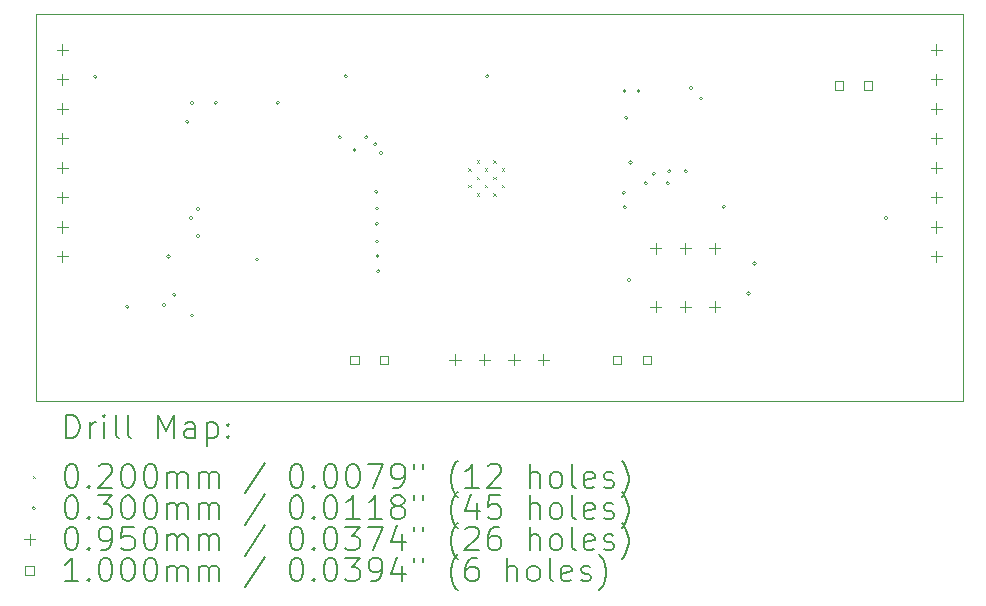
<source format=gbr>
%TF.GenerationSoftware,KiCad,Pcbnew,8.0.4*%
%TF.CreationDate,2025-04-19T21:15:14+05:30*%
%TF.ProjectId,Snakebot_pcb_dev,536e616b-6562-46f7-945f-7063625f6465,rev?*%
%TF.SameCoordinates,Original*%
%TF.FileFunction,Drillmap*%
%TF.FilePolarity,Positive*%
%FSLAX45Y45*%
G04 Gerber Fmt 4.5, Leading zero omitted, Abs format (unit mm)*
G04 Created by KiCad (PCBNEW 8.0.4) date 2025-04-19 21:15:14*
%MOMM*%
%LPD*%
G01*
G04 APERTURE LIST*
%ADD10C,0.050000*%
%ADD11C,0.200000*%
%ADD12C,0.100000*%
G04 APERTURE END LIST*
D10*
X8775000Y-14725000D02*
X16625000Y-14725000D01*
X8775000Y-14700000D02*
X8775000Y-14725000D01*
X16625000Y-14650000D02*
X16625000Y-14600000D01*
X16625000Y-11450000D02*
X8775000Y-11450000D01*
X8775000Y-14600000D02*
X8775000Y-14650000D01*
X8775000Y-14500000D02*
X8775000Y-14600000D01*
X16625000Y-14725000D02*
X16625000Y-14650000D01*
X16625000Y-14500000D02*
X16625000Y-11450000D01*
X8775000Y-11450000D02*
X8775000Y-14500000D01*
X8775000Y-14650000D02*
X8775000Y-14700000D01*
X16625000Y-14600000D02*
X16625000Y-14500000D01*
D11*
D12*
X12440000Y-12755000D02*
X12460000Y-12775000D01*
X12460000Y-12755000D02*
X12440000Y-12775000D01*
X12440000Y-12895000D02*
X12460000Y-12915000D01*
X12460000Y-12895000D02*
X12440000Y-12915000D01*
X12510000Y-12685000D02*
X12530000Y-12705000D01*
X12530000Y-12685000D02*
X12510000Y-12705000D01*
X12510000Y-12825000D02*
X12530000Y-12845000D01*
X12530000Y-12825000D02*
X12510000Y-12845000D01*
X12510000Y-12965000D02*
X12530000Y-12985000D01*
X12530000Y-12965000D02*
X12510000Y-12985000D01*
X12577500Y-12755000D02*
X12597500Y-12775000D01*
X12597500Y-12755000D02*
X12577500Y-12775000D01*
X12577500Y-12895000D02*
X12597500Y-12915000D01*
X12597500Y-12895000D02*
X12577500Y-12915000D01*
X12650000Y-12685000D02*
X12670000Y-12705000D01*
X12670000Y-12685000D02*
X12650000Y-12705000D01*
X12650000Y-12825000D02*
X12670000Y-12845000D01*
X12670000Y-12825000D02*
X12650000Y-12845000D01*
X12650000Y-12965000D02*
X12670000Y-12985000D01*
X12670000Y-12965000D02*
X12650000Y-12985000D01*
X12720000Y-12755000D02*
X12740000Y-12775000D01*
X12740000Y-12755000D02*
X12720000Y-12775000D01*
X12720000Y-12895000D02*
X12740000Y-12915000D01*
X12740000Y-12895000D02*
X12720000Y-12915000D01*
X9295000Y-11980000D02*
G75*
G02*
X9265000Y-11980000I-15000J0D01*
G01*
X9265000Y-11980000D02*
G75*
G02*
X9295000Y-11980000I15000J0D01*
G01*
X9565000Y-13925000D02*
G75*
G02*
X9535000Y-13925000I-15000J0D01*
G01*
X9535000Y-13925000D02*
G75*
G02*
X9565000Y-13925000I15000J0D01*
G01*
X9878199Y-13911801D02*
G75*
G02*
X9848199Y-13911801I-15000J0D01*
G01*
X9848199Y-13911801D02*
G75*
G02*
X9878199Y-13911801I15000J0D01*
G01*
X9915000Y-13500000D02*
G75*
G02*
X9885000Y-13500000I-15000J0D01*
G01*
X9885000Y-13500000D02*
G75*
G02*
X9915000Y-13500000I15000J0D01*
G01*
X9965000Y-13825000D02*
G75*
G02*
X9935000Y-13825000I-15000J0D01*
G01*
X9935000Y-13825000D02*
G75*
G02*
X9965000Y-13825000I15000J0D01*
G01*
X10075000Y-12360000D02*
G75*
G02*
X10045000Y-12360000I-15000J0D01*
G01*
X10045000Y-12360000D02*
G75*
G02*
X10075000Y-12360000I15000J0D01*
G01*
X10106132Y-13173252D02*
G75*
G02*
X10076132Y-13173252I-15000J0D01*
G01*
X10076132Y-13173252D02*
G75*
G02*
X10106132Y-13173252I15000J0D01*
G01*
X10115000Y-12200000D02*
G75*
G02*
X10085000Y-12200000I-15000J0D01*
G01*
X10085000Y-12200000D02*
G75*
G02*
X10115000Y-12200000I15000J0D01*
G01*
X10115000Y-14000000D02*
G75*
G02*
X10085000Y-14000000I-15000J0D01*
G01*
X10085000Y-14000000D02*
G75*
G02*
X10115000Y-14000000I15000J0D01*
G01*
X10165000Y-13100000D02*
G75*
G02*
X10135000Y-13100000I-15000J0D01*
G01*
X10135000Y-13100000D02*
G75*
G02*
X10165000Y-13100000I15000J0D01*
G01*
X10165000Y-13325000D02*
G75*
G02*
X10135000Y-13325000I-15000J0D01*
G01*
X10135000Y-13325000D02*
G75*
G02*
X10165000Y-13325000I15000J0D01*
G01*
X10315000Y-12200000D02*
G75*
G02*
X10285000Y-12200000I-15000J0D01*
G01*
X10285000Y-12200000D02*
G75*
G02*
X10315000Y-12200000I15000J0D01*
G01*
X10665000Y-13525000D02*
G75*
G02*
X10635000Y-13525000I-15000J0D01*
G01*
X10635000Y-13525000D02*
G75*
G02*
X10665000Y-13525000I15000J0D01*
G01*
X10840000Y-12200000D02*
G75*
G02*
X10810000Y-12200000I-15000J0D01*
G01*
X10810000Y-12200000D02*
G75*
G02*
X10840000Y-12200000I15000J0D01*
G01*
X11365000Y-12490000D02*
G75*
G02*
X11335000Y-12490000I-15000J0D01*
G01*
X11335000Y-12490000D02*
G75*
G02*
X11365000Y-12490000I15000J0D01*
G01*
X11415000Y-11975000D02*
G75*
G02*
X11385000Y-11975000I-15000J0D01*
G01*
X11385000Y-11975000D02*
G75*
G02*
X11415000Y-11975000I15000J0D01*
G01*
X11490000Y-12600000D02*
G75*
G02*
X11460000Y-12600000I-15000J0D01*
G01*
X11460000Y-12600000D02*
G75*
G02*
X11490000Y-12600000I15000J0D01*
G01*
X11590000Y-12490000D02*
G75*
G02*
X11560000Y-12490000I-15000J0D01*
G01*
X11560000Y-12490000D02*
G75*
G02*
X11590000Y-12490000I15000J0D01*
G01*
X11665000Y-12550000D02*
G75*
G02*
X11635000Y-12550000I-15000J0D01*
G01*
X11635000Y-12550000D02*
G75*
G02*
X11665000Y-12550000I15000J0D01*
G01*
X11675000Y-12952500D02*
G75*
G02*
X11645000Y-12952500I-15000J0D01*
G01*
X11645000Y-12952500D02*
G75*
G02*
X11675000Y-12952500I15000J0D01*
G01*
X11680000Y-13095000D02*
G75*
G02*
X11650000Y-13095000I-15000J0D01*
G01*
X11650000Y-13095000D02*
G75*
G02*
X11680000Y-13095000I15000J0D01*
G01*
X11680000Y-13222500D02*
G75*
G02*
X11650000Y-13222500I-15000J0D01*
G01*
X11650000Y-13222500D02*
G75*
G02*
X11680000Y-13222500I15000J0D01*
G01*
X11680000Y-13372500D02*
G75*
G02*
X11650000Y-13372500I-15000J0D01*
G01*
X11650000Y-13372500D02*
G75*
G02*
X11680000Y-13372500I15000J0D01*
G01*
X11685000Y-13497500D02*
G75*
G02*
X11655000Y-13497500I-15000J0D01*
G01*
X11655000Y-13497500D02*
G75*
G02*
X11685000Y-13497500I15000J0D01*
G01*
X11690000Y-13625000D02*
G75*
G02*
X11660000Y-13625000I-15000J0D01*
G01*
X11660000Y-13625000D02*
G75*
G02*
X11690000Y-13625000I15000J0D01*
G01*
X11715000Y-12625000D02*
G75*
G02*
X11685000Y-12625000I-15000J0D01*
G01*
X11685000Y-12625000D02*
G75*
G02*
X11715000Y-12625000I15000J0D01*
G01*
X12615000Y-11975000D02*
G75*
G02*
X12585000Y-11975000I-15000J0D01*
G01*
X12585000Y-11975000D02*
G75*
G02*
X12615000Y-11975000I15000J0D01*
G01*
X13770000Y-12960000D02*
G75*
G02*
X13740000Y-12960000I-15000J0D01*
G01*
X13740000Y-12960000D02*
G75*
G02*
X13770000Y-12960000I15000J0D01*
G01*
X13775000Y-12100000D02*
G75*
G02*
X13745000Y-12100000I-15000J0D01*
G01*
X13745000Y-12100000D02*
G75*
G02*
X13775000Y-12100000I15000J0D01*
G01*
X13777500Y-13082500D02*
G75*
G02*
X13747500Y-13082500I-15000J0D01*
G01*
X13747500Y-13082500D02*
G75*
G02*
X13777500Y-13082500I15000J0D01*
G01*
X13790000Y-12325000D02*
G75*
G02*
X13760000Y-12325000I-15000J0D01*
G01*
X13760000Y-12325000D02*
G75*
G02*
X13790000Y-12325000I15000J0D01*
G01*
X13815000Y-13700000D02*
G75*
G02*
X13785000Y-13700000I-15000J0D01*
G01*
X13785000Y-13700000D02*
G75*
G02*
X13815000Y-13700000I15000J0D01*
G01*
X13827500Y-12705000D02*
G75*
G02*
X13797500Y-12705000I-15000J0D01*
G01*
X13797500Y-12705000D02*
G75*
G02*
X13827500Y-12705000I15000J0D01*
G01*
X13895000Y-12100000D02*
G75*
G02*
X13865000Y-12100000I-15000J0D01*
G01*
X13865000Y-12100000D02*
G75*
G02*
X13895000Y-12100000I15000J0D01*
G01*
X13955000Y-12880000D02*
G75*
G02*
X13925000Y-12880000I-15000J0D01*
G01*
X13925000Y-12880000D02*
G75*
G02*
X13955000Y-12880000I15000J0D01*
G01*
X14022500Y-12800000D02*
G75*
G02*
X13992500Y-12800000I-15000J0D01*
G01*
X13992500Y-12800000D02*
G75*
G02*
X14022500Y-12800000I15000J0D01*
G01*
X14142650Y-12880000D02*
G75*
G02*
X14112650Y-12880000I-15000J0D01*
G01*
X14112650Y-12880000D02*
G75*
G02*
X14142650Y-12880000I15000J0D01*
G01*
X14155000Y-12780000D02*
G75*
G02*
X14125000Y-12780000I-15000J0D01*
G01*
X14125000Y-12780000D02*
G75*
G02*
X14155000Y-12780000I15000J0D01*
G01*
X14295000Y-12780000D02*
G75*
G02*
X14265000Y-12780000I-15000J0D01*
G01*
X14265000Y-12780000D02*
G75*
G02*
X14295000Y-12780000I15000J0D01*
G01*
X14340000Y-12075000D02*
G75*
G02*
X14310000Y-12075000I-15000J0D01*
G01*
X14310000Y-12075000D02*
G75*
G02*
X14340000Y-12075000I15000J0D01*
G01*
X14423260Y-12161445D02*
G75*
G02*
X14393260Y-12161445I-15000J0D01*
G01*
X14393260Y-12161445D02*
G75*
G02*
X14423260Y-12161445I15000J0D01*
G01*
X14615000Y-13080000D02*
G75*
G02*
X14585000Y-13080000I-15000J0D01*
G01*
X14585000Y-13080000D02*
G75*
G02*
X14615000Y-13080000I15000J0D01*
G01*
X14825073Y-13814926D02*
G75*
G02*
X14795073Y-13814926I-15000J0D01*
G01*
X14795073Y-13814926D02*
G75*
G02*
X14825073Y-13814926I15000J0D01*
G01*
X14875000Y-13560000D02*
G75*
G02*
X14845000Y-13560000I-15000J0D01*
G01*
X14845000Y-13560000D02*
G75*
G02*
X14875000Y-13560000I15000J0D01*
G01*
X15990000Y-13175000D02*
G75*
G02*
X15960000Y-13175000I-15000J0D01*
G01*
X15960000Y-13175000D02*
G75*
G02*
X15990000Y-13175000I15000J0D01*
G01*
X9000000Y-11702500D02*
X9000000Y-11797500D01*
X8952500Y-11750000D02*
X9047500Y-11750000D01*
X9000000Y-11952500D02*
X9000000Y-12047500D01*
X8952500Y-12000000D02*
X9047500Y-12000000D01*
X9000000Y-12202500D02*
X9000000Y-12297500D01*
X8952500Y-12250000D02*
X9047500Y-12250000D01*
X9000000Y-12452500D02*
X9000000Y-12547500D01*
X8952500Y-12500000D02*
X9047500Y-12500000D01*
X9000000Y-12702500D02*
X9000000Y-12797500D01*
X8952500Y-12750000D02*
X9047500Y-12750000D01*
X9000000Y-12952500D02*
X9000000Y-13047500D01*
X8952500Y-13000000D02*
X9047500Y-13000000D01*
X9000000Y-13202500D02*
X9000000Y-13297500D01*
X8952500Y-13250000D02*
X9047500Y-13250000D01*
X9000000Y-13452500D02*
X9000000Y-13547500D01*
X8952500Y-13500000D02*
X9047500Y-13500000D01*
X12325000Y-14327500D02*
X12325000Y-14422500D01*
X12277500Y-14375000D02*
X12372500Y-14375000D01*
X12575000Y-14327500D02*
X12575000Y-14422500D01*
X12527500Y-14375000D02*
X12622500Y-14375000D01*
X12825000Y-14327500D02*
X12825000Y-14422500D01*
X12777500Y-14375000D02*
X12872500Y-14375000D01*
X13075000Y-14327500D02*
X13075000Y-14422500D01*
X13027500Y-14375000D02*
X13122500Y-14375000D01*
X14025000Y-13382500D02*
X14025000Y-13477500D01*
X13977500Y-13430000D02*
X14072500Y-13430000D01*
X14025000Y-13877500D02*
X14025000Y-13972500D01*
X13977500Y-13925000D02*
X14072500Y-13925000D01*
X14275000Y-13382500D02*
X14275000Y-13477500D01*
X14227500Y-13430000D02*
X14322500Y-13430000D01*
X14275000Y-13877500D02*
X14275000Y-13972500D01*
X14227500Y-13925000D02*
X14322500Y-13925000D01*
X14525000Y-13382500D02*
X14525000Y-13477500D01*
X14477500Y-13430000D02*
X14572500Y-13430000D01*
X14525000Y-13877500D02*
X14525000Y-13972500D01*
X14477500Y-13925000D02*
X14572500Y-13925000D01*
X16400000Y-11702500D02*
X16400000Y-11797500D01*
X16352500Y-11750000D02*
X16447500Y-11750000D01*
X16400000Y-11952500D02*
X16400000Y-12047500D01*
X16352500Y-12000000D02*
X16447500Y-12000000D01*
X16400000Y-12202500D02*
X16400000Y-12297500D01*
X16352500Y-12250000D02*
X16447500Y-12250000D01*
X16400000Y-12452500D02*
X16400000Y-12547500D01*
X16352500Y-12500000D02*
X16447500Y-12500000D01*
X16400000Y-12702500D02*
X16400000Y-12797500D01*
X16352500Y-12750000D02*
X16447500Y-12750000D01*
X16400000Y-12952500D02*
X16400000Y-13047500D01*
X16352500Y-13000000D02*
X16447500Y-13000000D01*
X16400000Y-13202500D02*
X16400000Y-13297500D01*
X16352500Y-13250000D02*
X16447500Y-13250000D01*
X16400000Y-13452500D02*
X16400000Y-13547500D01*
X16352500Y-13500000D02*
X16447500Y-13500000D01*
X11510356Y-14410356D02*
X11510356Y-14339644D01*
X11439644Y-14339644D01*
X11439644Y-14410356D01*
X11510356Y-14410356D01*
X11760356Y-14410356D02*
X11760356Y-14339644D01*
X11689644Y-14339644D01*
X11689644Y-14410356D01*
X11760356Y-14410356D01*
X13735356Y-14410356D02*
X13735356Y-14339644D01*
X13664644Y-14339644D01*
X13664644Y-14410356D01*
X13735356Y-14410356D01*
X13985356Y-14410356D02*
X13985356Y-14339644D01*
X13914644Y-14339644D01*
X13914644Y-14410356D01*
X13985356Y-14410356D01*
X15610356Y-12088606D02*
X15610356Y-12017894D01*
X15539644Y-12017894D01*
X15539644Y-12088606D01*
X15610356Y-12088606D01*
X15860356Y-12088606D02*
X15860356Y-12017894D01*
X15789644Y-12017894D01*
X15789644Y-12088606D01*
X15860356Y-12088606D01*
D11*
X9033277Y-15038984D02*
X9033277Y-14838984D01*
X9033277Y-14838984D02*
X9080896Y-14838984D01*
X9080896Y-14838984D02*
X9109467Y-14848508D01*
X9109467Y-14848508D02*
X9128515Y-14867555D01*
X9128515Y-14867555D02*
X9138039Y-14886603D01*
X9138039Y-14886603D02*
X9147563Y-14924698D01*
X9147563Y-14924698D02*
X9147563Y-14953269D01*
X9147563Y-14953269D02*
X9138039Y-14991365D01*
X9138039Y-14991365D02*
X9128515Y-15010412D01*
X9128515Y-15010412D02*
X9109467Y-15029460D01*
X9109467Y-15029460D02*
X9080896Y-15038984D01*
X9080896Y-15038984D02*
X9033277Y-15038984D01*
X9233277Y-15038984D02*
X9233277Y-14905650D01*
X9233277Y-14943746D02*
X9242801Y-14924698D01*
X9242801Y-14924698D02*
X9252324Y-14915174D01*
X9252324Y-14915174D02*
X9271372Y-14905650D01*
X9271372Y-14905650D02*
X9290420Y-14905650D01*
X9357086Y-15038984D02*
X9357086Y-14905650D01*
X9357086Y-14838984D02*
X9347563Y-14848508D01*
X9347563Y-14848508D02*
X9357086Y-14858031D01*
X9357086Y-14858031D02*
X9366610Y-14848508D01*
X9366610Y-14848508D02*
X9357086Y-14838984D01*
X9357086Y-14838984D02*
X9357086Y-14858031D01*
X9480896Y-15038984D02*
X9461848Y-15029460D01*
X9461848Y-15029460D02*
X9452324Y-15010412D01*
X9452324Y-15010412D02*
X9452324Y-14838984D01*
X9585658Y-15038984D02*
X9566610Y-15029460D01*
X9566610Y-15029460D02*
X9557086Y-15010412D01*
X9557086Y-15010412D02*
X9557086Y-14838984D01*
X9814229Y-15038984D02*
X9814229Y-14838984D01*
X9814229Y-14838984D02*
X9880896Y-14981841D01*
X9880896Y-14981841D02*
X9947563Y-14838984D01*
X9947563Y-14838984D02*
X9947563Y-15038984D01*
X10128515Y-15038984D02*
X10128515Y-14934222D01*
X10128515Y-14934222D02*
X10118991Y-14915174D01*
X10118991Y-14915174D02*
X10099944Y-14905650D01*
X10099944Y-14905650D02*
X10061848Y-14905650D01*
X10061848Y-14905650D02*
X10042801Y-14915174D01*
X10128515Y-15029460D02*
X10109467Y-15038984D01*
X10109467Y-15038984D02*
X10061848Y-15038984D01*
X10061848Y-15038984D02*
X10042801Y-15029460D01*
X10042801Y-15029460D02*
X10033277Y-15010412D01*
X10033277Y-15010412D02*
X10033277Y-14991365D01*
X10033277Y-14991365D02*
X10042801Y-14972317D01*
X10042801Y-14972317D02*
X10061848Y-14962793D01*
X10061848Y-14962793D02*
X10109467Y-14962793D01*
X10109467Y-14962793D02*
X10128515Y-14953269D01*
X10223753Y-14905650D02*
X10223753Y-15105650D01*
X10223753Y-14915174D02*
X10242801Y-14905650D01*
X10242801Y-14905650D02*
X10280896Y-14905650D01*
X10280896Y-14905650D02*
X10299944Y-14915174D01*
X10299944Y-14915174D02*
X10309467Y-14924698D01*
X10309467Y-14924698D02*
X10318991Y-14943746D01*
X10318991Y-14943746D02*
X10318991Y-15000888D01*
X10318991Y-15000888D02*
X10309467Y-15019936D01*
X10309467Y-15019936D02*
X10299944Y-15029460D01*
X10299944Y-15029460D02*
X10280896Y-15038984D01*
X10280896Y-15038984D02*
X10242801Y-15038984D01*
X10242801Y-15038984D02*
X10223753Y-15029460D01*
X10404705Y-15019936D02*
X10414229Y-15029460D01*
X10414229Y-15029460D02*
X10404705Y-15038984D01*
X10404705Y-15038984D02*
X10395182Y-15029460D01*
X10395182Y-15029460D02*
X10404705Y-15019936D01*
X10404705Y-15019936D02*
X10404705Y-15038984D01*
X10404705Y-14915174D02*
X10414229Y-14924698D01*
X10414229Y-14924698D02*
X10404705Y-14934222D01*
X10404705Y-14934222D02*
X10395182Y-14924698D01*
X10395182Y-14924698D02*
X10404705Y-14915174D01*
X10404705Y-14915174D02*
X10404705Y-14934222D01*
D12*
X8752500Y-15357500D02*
X8772500Y-15377500D01*
X8772500Y-15357500D02*
X8752500Y-15377500D01*
D11*
X9071372Y-15258984D02*
X9090420Y-15258984D01*
X9090420Y-15258984D02*
X9109467Y-15268508D01*
X9109467Y-15268508D02*
X9118991Y-15278031D01*
X9118991Y-15278031D02*
X9128515Y-15297079D01*
X9128515Y-15297079D02*
X9138039Y-15335174D01*
X9138039Y-15335174D02*
X9138039Y-15382793D01*
X9138039Y-15382793D02*
X9128515Y-15420888D01*
X9128515Y-15420888D02*
X9118991Y-15439936D01*
X9118991Y-15439936D02*
X9109467Y-15449460D01*
X9109467Y-15449460D02*
X9090420Y-15458984D01*
X9090420Y-15458984D02*
X9071372Y-15458984D01*
X9071372Y-15458984D02*
X9052324Y-15449460D01*
X9052324Y-15449460D02*
X9042801Y-15439936D01*
X9042801Y-15439936D02*
X9033277Y-15420888D01*
X9033277Y-15420888D02*
X9023753Y-15382793D01*
X9023753Y-15382793D02*
X9023753Y-15335174D01*
X9023753Y-15335174D02*
X9033277Y-15297079D01*
X9033277Y-15297079D02*
X9042801Y-15278031D01*
X9042801Y-15278031D02*
X9052324Y-15268508D01*
X9052324Y-15268508D02*
X9071372Y-15258984D01*
X9223753Y-15439936D02*
X9233277Y-15449460D01*
X9233277Y-15449460D02*
X9223753Y-15458984D01*
X9223753Y-15458984D02*
X9214229Y-15449460D01*
X9214229Y-15449460D02*
X9223753Y-15439936D01*
X9223753Y-15439936D02*
X9223753Y-15458984D01*
X9309467Y-15278031D02*
X9318991Y-15268508D01*
X9318991Y-15268508D02*
X9338039Y-15258984D01*
X9338039Y-15258984D02*
X9385658Y-15258984D01*
X9385658Y-15258984D02*
X9404705Y-15268508D01*
X9404705Y-15268508D02*
X9414229Y-15278031D01*
X9414229Y-15278031D02*
X9423753Y-15297079D01*
X9423753Y-15297079D02*
X9423753Y-15316127D01*
X9423753Y-15316127D02*
X9414229Y-15344698D01*
X9414229Y-15344698D02*
X9299944Y-15458984D01*
X9299944Y-15458984D02*
X9423753Y-15458984D01*
X9547563Y-15258984D02*
X9566610Y-15258984D01*
X9566610Y-15258984D02*
X9585658Y-15268508D01*
X9585658Y-15268508D02*
X9595182Y-15278031D01*
X9595182Y-15278031D02*
X9604705Y-15297079D01*
X9604705Y-15297079D02*
X9614229Y-15335174D01*
X9614229Y-15335174D02*
X9614229Y-15382793D01*
X9614229Y-15382793D02*
X9604705Y-15420888D01*
X9604705Y-15420888D02*
X9595182Y-15439936D01*
X9595182Y-15439936D02*
X9585658Y-15449460D01*
X9585658Y-15449460D02*
X9566610Y-15458984D01*
X9566610Y-15458984D02*
X9547563Y-15458984D01*
X9547563Y-15458984D02*
X9528515Y-15449460D01*
X9528515Y-15449460D02*
X9518991Y-15439936D01*
X9518991Y-15439936D02*
X9509467Y-15420888D01*
X9509467Y-15420888D02*
X9499944Y-15382793D01*
X9499944Y-15382793D02*
X9499944Y-15335174D01*
X9499944Y-15335174D02*
X9509467Y-15297079D01*
X9509467Y-15297079D02*
X9518991Y-15278031D01*
X9518991Y-15278031D02*
X9528515Y-15268508D01*
X9528515Y-15268508D02*
X9547563Y-15258984D01*
X9738039Y-15258984D02*
X9757086Y-15258984D01*
X9757086Y-15258984D02*
X9776134Y-15268508D01*
X9776134Y-15268508D02*
X9785658Y-15278031D01*
X9785658Y-15278031D02*
X9795182Y-15297079D01*
X9795182Y-15297079D02*
X9804705Y-15335174D01*
X9804705Y-15335174D02*
X9804705Y-15382793D01*
X9804705Y-15382793D02*
X9795182Y-15420888D01*
X9795182Y-15420888D02*
X9785658Y-15439936D01*
X9785658Y-15439936D02*
X9776134Y-15449460D01*
X9776134Y-15449460D02*
X9757086Y-15458984D01*
X9757086Y-15458984D02*
X9738039Y-15458984D01*
X9738039Y-15458984D02*
X9718991Y-15449460D01*
X9718991Y-15449460D02*
X9709467Y-15439936D01*
X9709467Y-15439936D02*
X9699944Y-15420888D01*
X9699944Y-15420888D02*
X9690420Y-15382793D01*
X9690420Y-15382793D02*
X9690420Y-15335174D01*
X9690420Y-15335174D02*
X9699944Y-15297079D01*
X9699944Y-15297079D02*
X9709467Y-15278031D01*
X9709467Y-15278031D02*
X9718991Y-15268508D01*
X9718991Y-15268508D02*
X9738039Y-15258984D01*
X9890420Y-15458984D02*
X9890420Y-15325650D01*
X9890420Y-15344698D02*
X9899944Y-15335174D01*
X9899944Y-15335174D02*
X9918991Y-15325650D01*
X9918991Y-15325650D02*
X9947563Y-15325650D01*
X9947563Y-15325650D02*
X9966610Y-15335174D01*
X9966610Y-15335174D02*
X9976134Y-15354222D01*
X9976134Y-15354222D02*
X9976134Y-15458984D01*
X9976134Y-15354222D02*
X9985658Y-15335174D01*
X9985658Y-15335174D02*
X10004705Y-15325650D01*
X10004705Y-15325650D02*
X10033277Y-15325650D01*
X10033277Y-15325650D02*
X10052325Y-15335174D01*
X10052325Y-15335174D02*
X10061848Y-15354222D01*
X10061848Y-15354222D02*
X10061848Y-15458984D01*
X10157086Y-15458984D02*
X10157086Y-15325650D01*
X10157086Y-15344698D02*
X10166610Y-15335174D01*
X10166610Y-15335174D02*
X10185658Y-15325650D01*
X10185658Y-15325650D02*
X10214229Y-15325650D01*
X10214229Y-15325650D02*
X10233277Y-15335174D01*
X10233277Y-15335174D02*
X10242801Y-15354222D01*
X10242801Y-15354222D02*
X10242801Y-15458984D01*
X10242801Y-15354222D02*
X10252325Y-15335174D01*
X10252325Y-15335174D02*
X10271372Y-15325650D01*
X10271372Y-15325650D02*
X10299944Y-15325650D01*
X10299944Y-15325650D02*
X10318991Y-15335174D01*
X10318991Y-15335174D02*
X10328515Y-15354222D01*
X10328515Y-15354222D02*
X10328515Y-15458984D01*
X10718991Y-15249460D02*
X10547563Y-15506603D01*
X10976134Y-15258984D02*
X10995182Y-15258984D01*
X10995182Y-15258984D02*
X11014229Y-15268508D01*
X11014229Y-15268508D02*
X11023753Y-15278031D01*
X11023753Y-15278031D02*
X11033277Y-15297079D01*
X11033277Y-15297079D02*
X11042801Y-15335174D01*
X11042801Y-15335174D02*
X11042801Y-15382793D01*
X11042801Y-15382793D02*
X11033277Y-15420888D01*
X11033277Y-15420888D02*
X11023753Y-15439936D01*
X11023753Y-15439936D02*
X11014229Y-15449460D01*
X11014229Y-15449460D02*
X10995182Y-15458984D01*
X10995182Y-15458984D02*
X10976134Y-15458984D01*
X10976134Y-15458984D02*
X10957087Y-15449460D01*
X10957087Y-15449460D02*
X10947563Y-15439936D01*
X10947563Y-15439936D02*
X10938039Y-15420888D01*
X10938039Y-15420888D02*
X10928515Y-15382793D01*
X10928515Y-15382793D02*
X10928515Y-15335174D01*
X10928515Y-15335174D02*
X10938039Y-15297079D01*
X10938039Y-15297079D02*
X10947563Y-15278031D01*
X10947563Y-15278031D02*
X10957087Y-15268508D01*
X10957087Y-15268508D02*
X10976134Y-15258984D01*
X11128515Y-15439936D02*
X11138039Y-15449460D01*
X11138039Y-15449460D02*
X11128515Y-15458984D01*
X11128515Y-15458984D02*
X11118991Y-15449460D01*
X11118991Y-15449460D02*
X11128515Y-15439936D01*
X11128515Y-15439936D02*
X11128515Y-15458984D01*
X11261848Y-15258984D02*
X11280896Y-15258984D01*
X11280896Y-15258984D02*
X11299944Y-15268508D01*
X11299944Y-15268508D02*
X11309467Y-15278031D01*
X11309467Y-15278031D02*
X11318991Y-15297079D01*
X11318991Y-15297079D02*
X11328515Y-15335174D01*
X11328515Y-15335174D02*
X11328515Y-15382793D01*
X11328515Y-15382793D02*
X11318991Y-15420888D01*
X11318991Y-15420888D02*
X11309467Y-15439936D01*
X11309467Y-15439936D02*
X11299944Y-15449460D01*
X11299944Y-15449460D02*
X11280896Y-15458984D01*
X11280896Y-15458984D02*
X11261848Y-15458984D01*
X11261848Y-15458984D02*
X11242801Y-15449460D01*
X11242801Y-15449460D02*
X11233277Y-15439936D01*
X11233277Y-15439936D02*
X11223753Y-15420888D01*
X11223753Y-15420888D02*
X11214229Y-15382793D01*
X11214229Y-15382793D02*
X11214229Y-15335174D01*
X11214229Y-15335174D02*
X11223753Y-15297079D01*
X11223753Y-15297079D02*
X11233277Y-15278031D01*
X11233277Y-15278031D02*
X11242801Y-15268508D01*
X11242801Y-15268508D02*
X11261848Y-15258984D01*
X11452325Y-15258984D02*
X11471372Y-15258984D01*
X11471372Y-15258984D02*
X11490420Y-15268508D01*
X11490420Y-15268508D02*
X11499944Y-15278031D01*
X11499944Y-15278031D02*
X11509467Y-15297079D01*
X11509467Y-15297079D02*
X11518991Y-15335174D01*
X11518991Y-15335174D02*
X11518991Y-15382793D01*
X11518991Y-15382793D02*
X11509467Y-15420888D01*
X11509467Y-15420888D02*
X11499944Y-15439936D01*
X11499944Y-15439936D02*
X11490420Y-15449460D01*
X11490420Y-15449460D02*
X11471372Y-15458984D01*
X11471372Y-15458984D02*
X11452325Y-15458984D01*
X11452325Y-15458984D02*
X11433277Y-15449460D01*
X11433277Y-15449460D02*
X11423753Y-15439936D01*
X11423753Y-15439936D02*
X11414229Y-15420888D01*
X11414229Y-15420888D02*
X11404706Y-15382793D01*
X11404706Y-15382793D02*
X11404706Y-15335174D01*
X11404706Y-15335174D02*
X11414229Y-15297079D01*
X11414229Y-15297079D02*
X11423753Y-15278031D01*
X11423753Y-15278031D02*
X11433277Y-15268508D01*
X11433277Y-15268508D02*
X11452325Y-15258984D01*
X11585658Y-15258984D02*
X11718991Y-15258984D01*
X11718991Y-15258984D02*
X11633277Y-15458984D01*
X11804706Y-15458984D02*
X11842801Y-15458984D01*
X11842801Y-15458984D02*
X11861848Y-15449460D01*
X11861848Y-15449460D02*
X11871372Y-15439936D01*
X11871372Y-15439936D02*
X11890420Y-15411365D01*
X11890420Y-15411365D02*
X11899944Y-15373269D01*
X11899944Y-15373269D02*
X11899944Y-15297079D01*
X11899944Y-15297079D02*
X11890420Y-15278031D01*
X11890420Y-15278031D02*
X11880896Y-15268508D01*
X11880896Y-15268508D02*
X11861848Y-15258984D01*
X11861848Y-15258984D02*
X11823753Y-15258984D01*
X11823753Y-15258984D02*
X11804706Y-15268508D01*
X11804706Y-15268508D02*
X11795182Y-15278031D01*
X11795182Y-15278031D02*
X11785658Y-15297079D01*
X11785658Y-15297079D02*
X11785658Y-15344698D01*
X11785658Y-15344698D02*
X11795182Y-15363746D01*
X11795182Y-15363746D02*
X11804706Y-15373269D01*
X11804706Y-15373269D02*
X11823753Y-15382793D01*
X11823753Y-15382793D02*
X11861848Y-15382793D01*
X11861848Y-15382793D02*
X11880896Y-15373269D01*
X11880896Y-15373269D02*
X11890420Y-15363746D01*
X11890420Y-15363746D02*
X11899944Y-15344698D01*
X11976134Y-15258984D02*
X11976134Y-15297079D01*
X12052325Y-15258984D02*
X12052325Y-15297079D01*
X12347563Y-15535174D02*
X12338039Y-15525650D01*
X12338039Y-15525650D02*
X12318991Y-15497079D01*
X12318991Y-15497079D02*
X12309468Y-15478031D01*
X12309468Y-15478031D02*
X12299944Y-15449460D01*
X12299944Y-15449460D02*
X12290420Y-15401841D01*
X12290420Y-15401841D02*
X12290420Y-15363746D01*
X12290420Y-15363746D02*
X12299944Y-15316127D01*
X12299944Y-15316127D02*
X12309468Y-15287555D01*
X12309468Y-15287555D02*
X12318991Y-15268508D01*
X12318991Y-15268508D02*
X12338039Y-15239936D01*
X12338039Y-15239936D02*
X12347563Y-15230412D01*
X12528515Y-15458984D02*
X12414229Y-15458984D01*
X12471372Y-15458984D02*
X12471372Y-15258984D01*
X12471372Y-15258984D02*
X12452325Y-15287555D01*
X12452325Y-15287555D02*
X12433277Y-15306603D01*
X12433277Y-15306603D02*
X12414229Y-15316127D01*
X12604706Y-15278031D02*
X12614229Y-15268508D01*
X12614229Y-15268508D02*
X12633277Y-15258984D01*
X12633277Y-15258984D02*
X12680896Y-15258984D01*
X12680896Y-15258984D02*
X12699944Y-15268508D01*
X12699944Y-15268508D02*
X12709468Y-15278031D01*
X12709468Y-15278031D02*
X12718991Y-15297079D01*
X12718991Y-15297079D02*
X12718991Y-15316127D01*
X12718991Y-15316127D02*
X12709468Y-15344698D01*
X12709468Y-15344698D02*
X12595182Y-15458984D01*
X12595182Y-15458984D02*
X12718991Y-15458984D01*
X12957087Y-15458984D02*
X12957087Y-15258984D01*
X13042801Y-15458984D02*
X13042801Y-15354222D01*
X13042801Y-15354222D02*
X13033277Y-15335174D01*
X13033277Y-15335174D02*
X13014230Y-15325650D01*
X13014230Y-15325650D02*
X12985658Y-15325650D01*
X12985658Y-15325650D02*
X12966610Y-15335174D01*
X12966610Y-15335174D02*
X12957087Y-15344698D01*
X13166610Y-15458984D02*
X13147563Y-15449460D01*
X13147563Y-15449460D02*
X13138039Y-15439936D01*
X13138039Y-15439936D02*
X13128515Y-15420888D01*
X13128515Y-15420888D02*
X13128515Y-15363746D01*
X13128515Y-15363746D02*
X13138039Y-15344698D01*
X13138039Y-15344698D02*
X13147563Y-15335174D01*
X13147563Y-15335174D02*
X13166610Y-15325650D01*
X13166610Y-15325650D02*
X13195182Y-15325650D01*
X13195182Y-15325650D02*
X13214230Y-15335174D01*
X13214230Y-15335174D02*
X13223753Y-15344698D01*
X13223753Y-15344698D02*
X13233277Y-15363746D01*
X13233277Y-15363746D02*
X13233277Y-15420888D01*
X13233277Y-15420888D02*
X13223753Y-15439936D01*
X13223753Y-15439936D02*
X13214230Y-15449460D01*
X13214230Y-15449460D02*
X13195182Y-15458984D01*
X13195182Y-15458984D02*
X13166610Y-15458984D01*
X13347563Y-15458984D02*
X13328515Y-15449460D01*
X13328515Y-15449460D02*
X13318991Y-15430412D01*
X13318991Y-15430412D02*
X13318991Y-15258984D01*
X13499944Y-15449460D02*
X13480896Y-15458984D01*
X13480896Y-15458984D02*
X13442801Y-15458984D01*
X13442801Y-15458984D02*
X13423753Y-15449460D01*
X13423753Y-15449460D02*
X13414230Y-15430412D01*
X13414230Y-15430412D02*
X13414230Y-15354222D01*
X13414230Y-15354222D02*
X13423753Y-15335174D01*
X13423753Y-15335174D02*
X13442801Y-15325650D01*
X13442801Y-15325650D02*
X13480896Y-15325650D01*
X13480896Y-15325650D02*
X13499944Y-15335174D01*
X13499944Y-15335174D02*
X13509468Y-15354222D01*
X13509468Y-15354222D02*
X13509468Y-15373269D01*
X13509468Y-15373269D02*
X13414230Y-15392317D01*
X13585658Y-15449460D02*
X13604706Y-15458984D01*
X13604706Y-15458984D02*
X13642801Y-15458984D01*
X13642801Y-15458984D02*
X13661849Y-15449460D01*
X13661849Y-15449460D02*
X13671372Y-15430412D01*
X13671372Y-15430412D02*
X13671372Y-15420888D01*
X13671372Y-15420888D02*
X13661849Y-15401841D01*
X13661849Y-15401841D02*
X13642801Y-15392317D01*
X13642801Y-15392317D02*
X13614230Y-15392317D01*
X13614230Y-15392317D02*
X13595182Y-15382793D01*
X13595182Y-15382793D02*
X13585658Y-15363746D01*
X13585658Y-15363746D02*
X13585658Y-15354222D01*
X13585658Y-15354222D02*
X13595182Y-15335174D01*
X13595182Y-15335174D02*
X13614230Y-15325650D01*
X13614230Y-15325650D02*
X13642801Y-15325650D01*
X13642801Y-15325650D02*
X13661849Y-15335174D01*
X13738039Y-15535174D02*
X13747563Y-15525650D01*
X13747563Y-15525650D02*
X13766611Y-15497079D01*
X13766611Y-15497079D02*
X13776134Y-15478031D01*
X13776134Y-15478031D02*
X13785658Y-15449460D01*
X13785658Y-15449460D02*
X13795182Y-15401841D01*
X13795182Y-15401841D02*
X13795182Y-15363746D01*
X13795182Y-15363746D02*
X13785658Y-15316127D01*
X13785658Y-15316127D02*
X13776134Y-15287555D01*
X13776134Y-15287555D02*
X13766611Y-15268508D01*
X13766611Y-15268508D02*
X13747563Y-15239936D01*
X13747563Y-15239936D02*
X13738039Y-15230412D01*
D12*
X8772500Y-15631500D02*
G75*
G02*
X8742500Y-15631500I-15000J0D01*
G01*
X8742500Y-15631500D02*
G75*
G02*
X8772500Y-15631500I15000J0D01*
G01*
D11*
X9071372Y-15522984D02*
X9090420Y-15522984D01*
X9090420Y-15522984D02*
X9109467Y-15532508D01*
X9109467Y-15532508D02*
X9118991Y-15542031D01*
X9118991Y-15542031D02*
X9128515Y-15561079D01*
X9128515Y-15561079D02*
X9138039Y-15599174D01*
X9138039Y-15599174D02*
X9138039Y-15646793D01*
X9138039Y-15646793D02*
X9128515Y-15684888D01*
X9128515Y-15684888D02*
X9118991Y-15703936D01*
X9118991Y-15703936D02*
X9109467Y-15713460D01*
X9109467Y-15713460D02*
X9090420Y-15722984D01*
X9090420Y-15722984D02*
X9071372Y-15722984D01*
X9071372Y-15722984D02*
X9052324Y-15713460D01*
X9052324Y-15713460D02*
X9042801Y-15703936D01*
X9042801Y-15703936D02*
X9033277Y-15684888D01*
X9033277Y-15684888D02*
X9023753Y-15646793D01*
X9023753Y-15646793D02*
X9023753Y-15599174D01*
X9023753Y-15599174D02*
X9033277Y-15561079D01*
X9033277Y-15561079D02*
X9042801Y-15542031D01*
X9042801Y-15542031D02*
X9052324Y-15532508D01*
X9052324Y-15532508D02*
X9071372Y-15522984D01*
X9223753Y-15703936D02*
X9233277Y-15713460D01*
X9233277Y-15713460D02*
X9223753Y-15722984D01*
X9223753Y-15722984D02*
X9214229Y-15713460D01*
X9214229Y-15713460D02*
X9223753Y-15703936D01*
X9223753Y-15703936D02*
X9223753Y-15722984D01*
X9299944Y-15522984D02*
X9423753Y-15522984D01*
X9423753Y-15522984D02*
X9357086Y-15599174D01*
X9357086Y-15599174D02*
X9385658Y-15599174D01*
X9385658Y-15599174D02*
X9404705Y-15608698D01*
X9404705Y-15608698D02*
X9414229Y-15618222D01*
X9414229Y-15618222D02*
X9423753Y-15637269D01*
X9423753Y-15637269D02*
X9423753Y-15684888D01*
X9423753Y-15684888D02*
X9414229Y-15703936D01*
X9414229Y-15703936D02*
X9404705Y-15713460D01*
X9404705Y-15713460D02*
X9385658Y-15722984D01*
X9385658Y-15722984D02*
X9328515Y-15722984D01*
X9328515Y-15722984D02*
X9309467Y-15713460D01*
X9309467Y-15713460D02*
X9299944Y-15703936D01*
X9547563Y-15522984D02*
X9566610Y-15522984D01*
X9566610Y-15522984D02*
X9585658Y-15532508D01*
X9585658Y-15532508D02*
X9595182Y-15542031D01*
X9595182Y-15542031D02*
X9604705Y-15561079D01*
X9604705Y-15561079D02*
X9614229Y-15599174D01*
X9614229Y-15599174D02*
X9614229Y-15646793D01*
X9614229Y-15646793D02*
X9604705Y-15684888D01*
X9604705Y-15684888D02*
X9595182Y-15703936D01*
X9595182Y-15703936D02*
X9585658Y-15713460D01*
X9585658Y-15713460D02*
X9566610Y-15722984D01*
X9566610Y-15722984D02*
X9547563Y-15722984D01*
X9547563Y-15722984D02*
X9528515Y-15713460D01*
X9528515Y-15713460D02*
X9518991Y-15703936D01*
X9518991Y-15703936D02*
X9509467Y-15684888D01*
X9509467Y-15684888D02*
X9499944Y-15646793D01*
X9499944Y-15646793D02*
X9499944Y-15599174D01*
X9499944Y-15599174D02*
X9509467Y-15561079D01*
X9509467Y-15561079D02*
X9518991Y-15542031D01*
X9518991Y-15542031D02*
X9528515Y-15532508D01*
X9528515Y-15532508D02*
X9547563Y-15522984D01*
X9738039Y-15522984D02*
X9757086Y-15522984D01*
X9757086Y-15522984D02*
X9776134Y-15532508D01*
X9776134Y-15532508D02*
X9785658Y-15542031D01*
X9785658Y-15542031D02*
X9795182Y-15561079D01*
X9795182Y-15561079D02*
X9804705Y-15599174D01*
X9804705Y-15599174D02*
X9804705Y-15646793D01*
X9804705Y-15646793D02*
X9795182Y-15684888D01*
X9795182Y-15684888D02*
X9785658Y-15703936D01*
X9785658Y-15703936D02*
X9776134Y-15713460D01*
X9776134Y-15713460D02*
X9757086Y-15722984D01*
X9757086Y-15722984D02*
X9738039Y-15722984D01*
X9738039Y-15722984D02*
X9718991Y-15713460D01*
X9718991Y-15713460D02*
X9709467Y-15703936D01*
X9709467Y-15703936D02*
X9699944Y-15684888D01*
X9699944Y-15684888D02*
X9690420Y-15646793D01*
X9690420Y-15646793D02*
X9690420Y-15599174D01*
X9690420Y-15599174D02*
X9699944Y-15561079D01*
X9699944Y-15561079D02*
X9709467Y-15542031D01*
X9709467Y-15542031D02*
X9718991Y-15532508D01*
X9718991Y-15532508D02*
X9738039Y-15522984D01*
X9890420Y-15722984D02*
X9890420Y-15589650D01*
X9890420Y-15608698D02*
X9899944Y-15599174D01*
X9899944Y-15599174D02*
X9918991Y-15589650D01*
X9918991Y-15589650D02*
X9947563Y-15589650D01*
X9947563Y-15589650D02*
X9966610Y-15599174D01*
X9966610Y-15599174D02*
X9976134Y-15618222D01*
X9976134Y-15618222D02*
X9976134Y-15722984D01*
X9976134Y-15618222D02*
X9985658Y-15599174D01*
X9985658Y-15599174D02*
X10004705Y-15589650D01*
X10004705Y-15589650D02*
X10033277Y-15589650D01*
X10033277Y-15589650D02*
X10052325Y-15599174D01*
X10052325Y-15599174D02*
X10061848Y-15618222D01*
X10061848Y-15618222D02*
X10061848Y-15722984D01*
X10157086Y-15722984D02*
X10157086Y-15589650D01*
X10157086Y-15608698D02*
X10166610Y-15599174D01*
X10166610Y-15599174D02*
X10185658Y-15589650D01*
X10185658Y-15589650D02*
X10214229Y-15589650D01*
X10214229Y-15589650D02*
X10233277Y-15599174D01*
X10233277Y-15599174D02*
X10242801Y-15618222D01*
X10242801Y-15618222D02*
X10242801Y-15722984D01*
X10242801Y-15618222D02*
X10252325Y-15599174D01*
X10252325Y-15599174D02*
X10271372Y-15589650D01*
X10271372Y-15589650D02*
X10299944Y-15589650D01*
X10299944Y-15589650D02*
X10318991Y-15599174D01*
X10318991Y-15599174D02*
X10328515Y-15618222D01*
X10328515Y-15618222D02*
X10328515Y-15722984D01*
X10718991Y-15513460D02*
X10547563Y-15770603D01*
X10976134Y-15522984D02*
X10995182Y-15522984D01*
X10995182Y-15522984D02*
X11014229Y-15532508D01*
X11014229Y-15532508D02*
X11023753Y-15542031D01*
X11023753Y-15542031D02*
X11033277Y-15561079D01*
X11033277Y-15561079D02*
X11042801Y-15599174D01*
X11042801Y-15599174D02*
X11042801Y-15646793D01*
X11042801Y-15646793D02*
X11033277Y-15684888D01*
X11033277Y-15684888D02*
X11023753Y-15703936D01*
X11023753Y-15703936D02*
X11014229Y-15713460D01*
X11014229Y-15713460D02*
X10995182Y-15722984D01*
X10995182Y-15722984D02*
X10976134Y-15722984D01*
X10976134Y-15722984D02*
X10957087Y-15713460D01*
X10957087Y-15713460D02*
X10947563Y-15703936D01*
X10947563Y-15703936D02*
X10938039Y-15684888D01*
X10938039Y-15684888D02*
X10928515Y-15646793D01*
X10928515Y-15646793D02*
X10928515Y-15599174D01*
X10928515Y-15599174D02*
X10938039Y-15561079D01*
X10938039Y-15561079D02*
X10947563Y-15542031D01*
X10947563Y-15542031D02*
X10957087Y-15532508D01*
X10957087Y-15532508D02*
X10976134Y-15522984D01*
X11128515Y-15703936D02*
X11138039Y-15713460D01*
X11138039Y-15713460D02*
X11128515Y-15722984D01*
X11128515Y-15722984D02*
X11118991Y-15713460D01*
X11118991Y-15713460D02*
X11128515Y-15703936D01*
X11128515Y-15703936D02*
X11128515Y-15722984D01*
X11261848Y-15522984D02*
X11280896Y-15522984D01*
X11280896Y-15522984D02*
X11299944Y-15532508D01*
X11299944Y-15532508D02*
X11309467Y-15542031D01*
X11309467Y-15542031D02*
X11318991Y-15561079D01*
X11318991Y-15561079D02*
X11328515Y-15599174D01*
X11328515Y-15599174D02*
X11328515Y-15646793D01*
X11328515Y-15646793D02*
X11318991Y-15684888D01*
X11318991Y-15684888D02*
X11309467Y-15703936D01*
X11309467Y-15703936D02*
X11299944Y-15713460D01*
X11299944Y-15713460D02*
X11280896Y-15722984D01*
X11280896Y-15722984D02*
X11261848Y-15722984D01*
X11261848Y-15722984D02*
X11242801Y-15713460D01*
X11242801Y-15713460D02*
X11233277Y-15703936D01*
X11233277Y-15703936D02*
X11223753Y-15684888D01*
X11223753Y-15684888D02*
X11214229Y-15646793D01*
X11214229Y-15646793D02*
X11214229Y-15599174D01*
X11214229Y-15599174D02*
X11223753Y-15561079D01*
X11223753Y-15561079D02*
X11233277Y-15542031D01*
X11233277Y-15542031D02*
X11242801Y-15532508D01*
X11242801Y-15532508D02*
X11261848Y-15522984D01*
X11518991Y-15722984D02*
X11404706Y-15722984D01*
X11461848Y-15722984D02*
X11461848Y-15522984D01*
X11461848Y-15522984D02*
X11442801Y-15551555D01*
X11442801Y-15551555D02*
X11423753Y-15570603D01*
X11423753Y-15570603D02*
X11404706Y-15580127D01*
X11709467Y-15722984D02*
X11595182Y-15722984D01*
X11652325Y-15722984D02*
X11652325Y-15522984D01*
X11652325Y-15522984D02*
X11633277Y-15551555D01*
X11633277Y-15551555D02*
X11614229Y-15570603D01*
X11614229Y-15570603D02*
X11595182Y-15580127D01*
X11823753Y-15608698D02*
X11804706Y-15599174D01*
X11804706Y-15599174D02*
X11795182Y-15589650D01*
X11795182Y-15589650D02*
X11785658Y-15570603D01*
X11785658Y-15570603D02*
X11785658Y-15561079D01*
X11785658Y-15561079D02*
X11795182Y-15542031D01*
X11795182Y-15542031D02*
X11804706Y-15532508D01*
X11804706Y-15532508D02*
X11823753Y-15522984D01*
X11823753Y-15522984D02*
X11861848Y-15522984D01*
X11861848Y-15522984D02*
X11880896Y-15532508D01*
X11880896Y-15532508D02*
X11890420Y-15542031D01*
X11890420Y-15542031D02*
X11899944Y-15561079D01*
X11899944Y-15561079D02*
X11899944Y-15570603D01*
X11899944Y-15570603D02*
X11890420Y-15589650D01*
X11890420Y-15589650D02*
X11880896Y-15599174D01*
X11880896Y-15599174D02*
X11861848Y-15608698D01*
X11861848Y-15608698D02*
X11823753Y-15608698D01*
X11823753Y-15608698D02*
X11804706Y-15618222D01*
X11804706Y-15618222D02*
X11795182Y-15627746D01*
X11795182Y-15627746D02*
X11785658Y-15646793D01*
X11785658Y-15646793D02*
X11785658Y-15684888D01*
X11785658Y-15684888D02*
X11795182Y-15703936D01*
X11795182Y-15703936D02*
X11804706Y-15713460D01*
X11804706Y-15713460D02*
X11823753Y-15722984D01*
X11823753Y-15722984D02*
X11861848Y-15722984D01*
X11861848Y-15722984D02*
X11880896Y-15713460D01*
X11880896Y-15713460D02*
X11890420Y-15703936D01*
X11890420Y-15703936D02*
X11899944Y-15684888D01*
X11899944Y-15684888D02*
X11899944Y-15646793D01*
X11899944Y-15646793D02*
X11890420Y-15627746D01*
X11890420Y-15627746D02*
X11880896Y-15618222D01*
X11880896Y-15618222D02*
X11861848Y-15608698D01*
X11976134Y-15522984D02*
X11976134Y-15561079D01*
X12052325Y-15522984D02*
X12052325Y-15561079D01*
X12347563Y-15799174D02*
X12338039Y-15789650D01*
X12338039Y-15789650D02*
X12318991Y-15761079D01*
X12318991Y-15761079D02*
X12309468Y-15742031D01*
X12309468Y-15742031D02*
X12299944Y-15713460D01*
X12299944Y-15713460D02*
X12290420Y-15665841D01*
X12290420Y-15665841D02*
X12290420Y-15627746D01*
X12290420Y-15627746D02*
X12299944Y-15580127D01*
X12299944Y-15580127D02*
X12309468Y-15551555D01*
X12309468Y-15551555D02*
X12318991Y-15532508D01*
X12318991Y-15532508D02*
X12338039Y-15503936D01*
X12338039Y-15503936D02*
X12347563Y-15494412D01*
X12509468Y-15589650D02*
X12509468Y-15722984D01*
X12461848Y-15513460D02*
X12414229Y-15656317D01*
X12414229Y-15656317D02*
X12538039Y-15656317D01*
X12709468Y-15522984D02*
X12614229Y-15522984D01*
X12614229Y-15522984D02*
X12604706Y-15618222D01*
X12604706Y-15618222D02*
X12614229Y-15608698D01*
X12614229Y-15608698D02*
X12633277Y-15599174D01*
X12633277Y-15599174D02*
X12680896Y-15599174D01*
X12680896Y-15599174D02*
X12699944Y-15608698D01*
X12699944Y-15608698D02*
X12709468Y-15618222D01*
X12709468Y-15618222D02*
X12718991Y-15637269D01*
X12718991Y-15637269D02*
X12718991Y-15684888D01*
X12718991Y-15684888D02*
X12709468Y-15703936D01*
X12709468Y-15703936D02*
X12699944Y-15713460D01*
X12699944Y-15713460D02*
X12680896Y-15722984D01*
X12680896Y-15722984D02*
X12633277Y-15722984D01*
X12633277Y-15722984D02*
X12614229Y-15713460D01*
X12614229Y-15713460D02*
X12604706Y-15703936D01*
X12957087Y-15722984D02*
X12957087Y-15522984D01*
X13042801Y-15722984D02*
X13042801Y-15618222D01*
X13042801Y-15618222D02*
X13033277Y-15599174D01*
X13033277Y-15599174D02*
X13014230Y-15589650D01*
X13014230Y-15589650D02*
X12985658Y-15589650D01*
X12985658Y-15589650D02*
X12966610Y-15599174D01*
X12966610Y-15599174D02*
X12957087Y-15608698D01*
X13166610Y-15722984D02*
X13147563Y-15713460D01*
X13147563Y-15713460D02*
X13138039Y-15703936D01*
X13138039Y-15703936D02*
X13128515Y-15684888D01*
X13128515Y-15684888D02*
X13128515Y-15627746D01*
X13128515Y-15627746D02*
X13138039Y-15608698D01*
X13138039Y-15608698D02*
X13147563Y-15599174D01*
X13147563Y-15599174D02*
X13166610Y-15589650D01*
X13166610Y-15589650D02*
X13195182Y-15589650D01*
X13195182Y-15589650D02*
X13214230Y-15599174D01*
X13214230Y-15599174D02*
X13223753Y-15608698D01*
X13223753Y-15608698D02*
X13233277Y-15627746D01*
X13233277Y-15627746D02*
X13233277Y-15684888D01*
X13233277Y-15684888D02*
X13223753Y-15703936D01*
X13223753Y-15703936D02*
X13214230Y-15713460D01*
X13214230Y-15713460D02*
X13195182Y-15722984D01*
X13195182Y-15722984D02*
X13166610Y-15722984D01*
X13347563Y-15722984D02*
X13328515Y-15713460D01*
X13328515Y-15713460D02*
X13318991Y-15694412D01*
X13318991Y-15694412D02*
X13318991Y-15522984D01*
X13499944Y-15713460D02*
X13480896Y-15722984D01*
X13480896Y-15722984D02*
X13442801Y-15722984D01*
X13442801Y-15722984D02*
X13423753Y-15713460D01*
X13423753Y-15713460D02*
X13414230Y-15694412D01*
X13414230Y-15694412D02*
X13414230Y-15618222D01*
X13414230Y-15618222D02*
X13423753Y-15599174D01*
X13423753Y-15599174D02*
X13442801Y-15589650D01*
X13442801Y-15589650D02*
X13480896Y-15589650D01*
X13480896Y-15589650D02*
X13499944Y-15599174D01*
X13499944Y-15599174D02*
X13509468Y-15618222D01*
X13509468Y-15618222D02*
X13509468Y-15637269D01*
X13509468Y-15637269D02*
X13414230Y-15656317D01*
X13585658Y-15713460D02*
X13604706Y-15722984D01*
X13604706Y-15722984D02*
X13642801Y-15722984D01*
X13642801Y-15722984D02*
X13661849Y-15713460D01*
X13661849Y-15713460D02*
X13671372Y-15694412D01*
X13671372Y-15694412D02*
X13671372Y-15684888D01*
X13671372Y-15684888D02*
X13661849Y-15665841D01*
X13661849Y-15665841D02*
X13642801Y-15656317D01*
X13642801Y-15656317D02*
X13614230Y-15656317D01*
X13614230Y-15656317D02*
X13595182Y-15646793D01*
X13595182Y-15646793D02*
X13585658Y-15627746D01*
X13585658Y-15627746D02*
X13585658Y-15618222D01*
X13585658Y-15618222D02*
X13595182Y-15599174D01*
X13595182Y-15599174D02*
X13614230Y-15589650D01*
X13614230Y-15589650D02*
X13642801Y-15589650D01*
X13642801Y-15589650D02*
X13661849Y-15599174D01*
X13738039Y-15799174D02*
X13747563Y-15789650D01*
X13747563Y-15789650D02*
X13766611Y-15761079D01*
X13766611Y-15761079D02*
X13776134Y-15742031D01*
X13776134Y-15742031D02*
X13785658Y-15713460D01*
X13785658Y-15713460D02*
X13795182Y-15665841D01*
X13795182Y-15665841D02*
X13795182Y-15627746D01*
X13795182Y-15627746D02*
X13785658Y-15580127D01*
X13785658Y-15580127D02*
X13776134Y-15551555D01*
X13776134Y-15551555D02*
X13766611Y-15532508D01*
X13766611Y-15532508D02*
X13747563Y-15503936D01*
X13747563Y-15503936D02*
X13738039Y-15494412D01*
D12*
X8725000Y-15848000D02*
X8725000Y-15943000D01*
X8677500Y-15895500D02*
X8772500Y-15895500D01*
D11*
X9071372Y-15786984D02*
X9090420Y-15786984D01*
X9090420Y-15786984D02*
X9109467Y-15796508D01*
X9109467Y-15796508D02*
X9118991Y-15806031D01*
X9118991Y-15806031D02*
X9128515Y-15825079D01*
X9128515Y-15825079D02*
X9138039Y-15863174D01*
X9138039Y-15863174D02*
X9138039Y-15910793D01*
X9138039Y-15910793D02*
X9128515Y-15948888D01*
X9128515Y-15948888D02*
X9118991Y-15967936D01*
X9118991Y-15967936D02*
X9109467Y-15977460D01*
X9109467Y-15977460D02*
X9090420Y-15986984D01*
X9090420Y-15986984D02*
X9071372Y-15986984D01*
X9071372Y-15986984D02*
X9052324Y-15977460D01*
X9052324Y-15977460D02*
X9042801Y-15967936D01*
X9042801Y-15967936D02*
X9033277Y-15948888D01*
X9033277Y-15948888D02*
X9023753Y-15910793D01*
X9023753Y-15910793D02*
X9023753Y-15863174D01*
X9023753Y-15863174D02*
X9033277Y-15825079D01*
X9033277Y-15825079D02*
X9042801Y-15806031D01*
X9042801Y-15806031D02*
X9052324Y-15796508D01*
X9052324Y-15796508D02*
X9071372Y-15786984D01*
X9223753Y-15967936D02*
X9233277Y-15977460D01*
X9233277Y-15977460D02*
X9223753Y-15986984D01*
X9223753Y-15986984D02*
X9214229Y-15977460D01*
X9214229Y-15977460D02*
X9223753Y-15967936D01*
X9223753Y-15967936D02*
X9223753Y-15986984D01*
X9328515Y-15986984D02*
X9366610Y-15986984D01*
X9366610Y-15986984D02*
X9385658Y-15977460D01*
X9385658Y-15977460D02*
X9395182Y-15967936D01*
X9395182Y-15967936D02*
X9414229Y-15939365D01*
X9414229Y-15939365D02*
X9423753Y-15901269D01*
X9423753Y-15901269D02*
X9423753Y-15825079D01*
X9423753Y-15825079D02*
X9414229Y-15806031D01*
X9414229Y-15806031D02*
X9404705Y-15796508D01*
X9404705Y-15796508D02*
X9385658Y-15786984D01*
X9385658Y-15786984D02*
X9347563Y-15786984D01*
X9347563Y-15786984D02*
X9328515Y-15796508D01*
X9328515Y-15796508D02*
X9318991Y-15806031D01*
X9318991Y-15806031D02*
X9309467Y-15825079D01*
X9309467Y-15825079D02*
X9309467Y-15872698D01*
X9309467Y-15872698D02*
X9318991Y-15891746D01*
X9318991Y-15891746D02*
X9328515Y-15901269D01*
X9328515Y-15901269D02*
X9347563Y-15910793D01*
X9347563Y-15910793D02*
X9385658Y-15910793D01*
X9385658Y-15910793D02*
X9404705Y-15901269D01*
X9404705Y-15901269D02*
X9414229Y-15891746D01*
X9414229Y-15891746D02*
X9423753Y-15872698D01*
X9604705Y-15786984D02*
X9509467Y-15786984D01*
X9509467Y-15786984D02*
X9499944Y-15882222D01*
X9499944Y-15882222D02*
X9509467Y-15872698D01*
X9509467Y-15872698D02*
X9528515Y-15863174D01*
X9528515Y-15863174D02*
X9576134Y-15863174D01*
X9576134Y-15863174D02*
X9595182Y-15872698D01*
X9595182Y-15872698D02*
X9604705Y-15882222D01*
X9604705Y-15882222D02*
X9614229Y-15901269D01*
X9614229Y-15901269D02*
X9614229Y-15948888D01*
X9614229Y-15948888D02*
X9604705Y-15967936D01*
X9604705Y-15967936D02*
X9595182Y-15977460D01*
X9595182Y-15977460D02*
X9576134Y-15986984D01*
X9576134Y-15986984D02*
X9528515Y-15986984D01*
X9528515Y-15986984D02*
X9509467Y-15977460D01*
X9509467Y-15977460D02*
X9499944Y-15967936D01*
X9738039Y-15786984D02*
X9757086Y-15786984D01*
X9757086Y-15786984D02*
X9776134Y-15796508D01*
X9776134Y-15796508D02*
X9785658Y-15806031D01*
X9785658Y-15806031D02*
X9795182Y-15825079D01*
X9795182Y-15825079D02*
X9804705Y-15863174D01*
X9804705Y-15863174D02*
X9804705Y-15910793D01*
X9804705Y-15910793D02*
X9795182Y-15948888D01*
X9795182Y-15948888D02*
X9785658Y-15967936D01*
X9785658Y-15967936D02*
X9776134Y-15977460D01*
X9776134Y-15977460D02*
X9757086Y-15986984D01*
X9757086Y-15986984D02*
X9738039Y-15986984D01*
X9738039Y-15986984D02*
X9718991Y-15977460D01*
X9718991Y-15977460D02*
X9709467Y-15967936D01*
X9709467Y-15967936D02*
X9699944Y-15948888D01*
X9699944Y-15948888D02*
X9690420Y-15910793D01*
X9690420Y-15910793D02*
X9690420Y-15863174D01*
X9690420Y-15863174D02*
X9699944Y-15825079D01*
X9699944Y-15825079D02*
X9709467Y-15806031D01*
X9709467Y-15806031D02*
X9718991Y-15796508D01*
X9718991Y-15796508D02*
X9738039Y-15786984D01*
X9890420Y-15986984D02*
X9890420Y-15853650D01*
X9890420Y-15872698D02*
X9899944Y-15863174D01*
X9899944Y-15863174D02*
X9918991Y-15853650D01*
X9918991Y-15853650D02*
X9947563Y-15853650D01*
X9947563Y-15853650D02*
X9966610Y-15863174D01*
X9966610Y-15863174D02*
X9976134Y-15882222D01*
X9976134Y-15882222D02*
X9976134Y-15986984D01*
X9976134Y-15882222D02*
X9985658Y-15863174D01*
X9985658Y-15863174D02*
X10004705Y-15853650D01*
X10004705Y-15853650D02*
X10033277Y-15853650D01*
X10033277Y-15853650D02*
X10052325Y-15863174D01*
X10052325Y-15863174D02*
X10061848Y-15882222D01*
X10061848Y-15882222D02*
X10061848Y-15986984D01*
X10157086Y-15986984D02*
X10157086Y-15853650D01*
X10157086Y-15872698D02*
X10166610Y-15863174D01*
X10166610Y-15863174D02*
X10185658Y-15853650D01*
X10185658Y-15853650D02*
X10214229Y-15853650D01*
X10214229Y-15853650D02*
X10233277Y-15863174D01*
X10233277Y-15863174D02*
X10242801Y-15882222D01*
X10242801Y-15882222D02*
X10242801Y-15986984D01*
X10242801Y-15882222D02*
X10252325Y-15863174D01*
X10252325Y-15863174D02*
X10271372Y-15853650D01*
X10271372Y-15853650D02*
X10299944Y-15853650D01*
X10299944Y-15853650D02*
X10318991Y-15863174D01*
X10318991Y-15863174D02*
X10328515Y-15882222D01*
X10328515Y-15882222D02*
X10328515Y-15986984D01*
X10718991Y-15777460D02*
X10547563Y-16034603D01*
X10976134Y-15786984D02*
X10995182Y-15786984D01*
X10995182Y-15786984D02*
X11014229Y-15796508D01*
X11014229Y-15796508D02*
X11023753Y-15806031D01*
X11023753Y-15806031D02*
X11033277Y-15825079D01*
X11033277Y-15825079D02*
X11042801Y-15863174D01*
X11042801Y-15863174D02*
X11042801Y-15910793D01*
X11042801Y-15910793D02*
X11033277Y-15948888D01*
X11033277Y-15948888D02*
X11023753Y-15967936D01*
X11023753Y-15967936D02*
X11014229Y-15977460D01*
X11014229Y-15977460D02*
X10995182Y-15986984D01*
X10995182Y-15986984D02*
X10976134Y-15986984D01*
X10976134Y-15986984D02*
X10957087Y-15977460D01*
X10957087Y-15977460D02*
X10947563Y-15967936D01*
X10947563Y-15967936D02*
X10938039Y-15948888D01*
X10938039Y-15948888D02*
X10928515Y-15910793D01*
X10928515Y-15910793D02*
X10928515Y-15863174D01*
X10928515Y-15863174D02*
X10938039Y-15825079D01*
X10938039Y-15825079D02*
X10947563Y-15806031D01*
X10947563Y-15806031D02*
X10957087Y-15796508D01*
X10957087Y-15796508D02*
X10976134Y-15786984D01*
X11128515Y-15967936D02*
X11138039Y-15977460D01*
X11138039Y-15977460D02*
X11128515Y-15986984D01*
X11128515Y-15986984D02*
X11118991Y-15977460D01*
X11118991Y-15977460D02*
X11128515Y-15967936D01*
X11128515Y-15967936D02*
X11128515Y-15986984D01*
X11261848Y-15786984D02*
X11280896Y-15786984D01*
X11280896Y-15786984D02*
X11299944Y-15796508D01*
X11299944Y-15796508D02*
X11309467Y-15806031D01*
X11309467Y-15806031D02*
X11318991Y-15825079D01*
X11318991Y-15825079D02*
X11328515Y-15863174D01*
X11328515Y-15863174D02*
X11328515Y-15910793D01*
X11328515Y-15910793D02*
X11318991Y-15948888D01*
X11318991Y-15948888D02*
X11309467Y-15967936D01*
X11309467Y-15967936D02*
X11299944Y-15977460D01*
X11299944Y-15977460D02*
X11280896Y-15986984D01*
X11280896Y-15986984D02*
X11261848Y-15986984D01*
X11261848Y-15986984D02*
X11242801Y-15977460D01*
X11242801Y-15977460D02*
X11233277Y-15967936D01*
X11233277Y-15967936D02*
X11223753Y-15948888D01*
X11223753Y-15948888D02*
X11214229Y-15910793D01*
X11214229Y-15910793D02*
X11214229Y-15863174D01*
X11214229Y-15863174D02*
X11223753Y-15825079D01*
X11223753Y-15825079D02*
X11233277Y-15806031D01*
X11233277Y-15806031D02*
X11242801Y-15796508D01*
X11242801Y-15796508D02*
X11261848Y-15786984D01*
X11395182Y-15786984D02*
X11518991Y-15786984D01*
X11518991Y-15786984D02*
X11452325Y-15863174D01*
X11452325Y-15863174D02*
X11480896Y-15863174D01*
X11480896Y-15863174D02*
X11499944Y-15872698D01*
X11499944Y-15872698D02*
X11509467Y-15882222D01*
X11509467Y-15882222D02*
X11518991Y-15901269D01*
X11518991Y-15901269D02*
X11518991Y-15948888D01*
X11518991Y-15948888D02*
X11509467Y-15967936D01*
X11509467Y-15967936D02*
X11499944Y-15977460D01*
X11499944Y-15977460D02*
X11480896Y-15986984D01*
X11480896Y-15986984D02*
X11423753Y-15986984D01*
X11423753Y-15986984D02*
X11404706Y-15977460D01*
X11404706Y-15977460D02*
X11395182Y-15967936D01*
X11585658Y-15786984D02*
X11718991Y-15786984D01*
X11718991Y-15786984D02*
X11633277Y-15986984D01*
X11880896Y-15853650D02*
X11880896Y-15986984D01*
X11833277Y-15777460D02*
X11785658Y-15920317D01*
X11785658Y-15920317D02*
X11909467Y-15920317D01*
X11976134Y-15786984D02*
X11976134Y-15825079D01*
X12052325Y-15786984D02*
X12052325Y-15825079D01*
X12347563Y-16063174D02*
X12338039Y-16053650D01*
X12338039Y-16053650D02*
X12318991Y-16025079D01*
X12318991Y-16025079D02*
X12309468Y-16006031D01*
X12309468Y-16006031D02*
X12299944Y-15977460D01*
X12299944Y-15977460D02*
X12290420Y-15929841D01*
X12290420Y-15929841D02*
X12290420Y-15891746D01*
X12290420Y-15891746D02*
X12299944Y-15844127D01*
X12299944Y-15844127D02*
X12309468Y-15815555D01*
X12309468Y-15815555D02*
X12318991Y-15796508D01*
X12318991Y-15796508D02*
X12338039Y-15767936D01*
X12338039Y-15767936D02*
X12347563Y-15758412D01*
X12414229Y-15806031D02*
X12423753Y-15796508D01*
X12423753Y-15796508D02*
X12442801Y-15786984D01*
X12442801Y-15786984D02*
X12490420Y-15786984D01*
X12490420Y-15786984D02*
X12509468Y-15796508D01*
X12509468Y-15796508D02*
X12518991Y-15806031D01*
X12518991Y-15806031D02*
X12528515Y-15825079D01*
X12528515Y-15825079D02*
X12528515Y-15844127D01*
X12528515Y-15844127D02*
X12518991Y-15872698D01*
X12518991Y-15872698D02*
X12404706Y-15986984D01*
X12404706Y-15986984D02*
X12528515Y-15986984D01*
X12699944Y-15786984D02*
X12661848Y-15786984D01*
X12661848Y-15786984D02*
X12642801Y-15796508D01*
X12642801Y-15796508D02*
X12633277Y-15806031D01*
X12633277Y-15806031D02*
X12614229Y-15834603D01*
X12614229Y-15834603D02*
X12604706Y-15872698D01*
X12604706Y-15872698D02*
X12604706Y-15948888D01*
X12604706Y-15948888D02*
X12614229Y-15967936D01*
X12614229Y-15967936D02*
X12623753Y-15977460D01*
X12623753Y-15977460D02*
X12642801Y-15986984D01*
X12642801Y-15986984D02*
X12680896Y-15986984D01*
X12680896Y-15986984D02*
X12699944Y-15977460D01*
X12699944Y-15977460D02*
X12709468Y-15967936D01*
X12709468Y-15967936D02*
X12718991Y-15948888D01*
X12718991Y-15948888D02*
X12718991Y-15901269D01*
X12718991Y-15901269D02*
X12709468Y-15882222D01*
X12709468Y-15882222D02*
X12699944Y-15872698D01*
X12699944Y-15872698D02*
X12680896Y-15863174D01*
X12680896Y-15863174D02*
X12642801Y-15863174D01*
X12642801Y-15863174D02*
X12623753Y-15872698D01*
X12623753Y-15872698D02*
X12614229Y-15882222D01*
X12614229Y-15882222D02*
X12604706Y-15901269D01*
X12957087Y-15986984D02*
X12957087Y-15786984D01*
X13042801Y-15986984D02*
X13042801Y-15882222D01*
X13042801Y-15882222D02*
X13033277Y-15863174D01*
X13033277Y-15863174D02*
X13014230Y-15853650D01*
X13014230Y-15853650D02*
X12985658Y-15853650D01*
X12985658Y-15853650D02*
X12966610Y-15863174D01*
X12966610Y-15863174D02*
X12957087Y-15872698D01*
X13166610Y-15986984D02*
X13147563Y-15977460D01*
X13147563Y-15977460D02*
X13138039Y-15967936D01*
X13138039Y-15967936D02*
X13128515Y-15948888D01*
X13128515Y-15948888D02*
X13128515Y-15891746D01*
X13128515Y-15891746D02*
X13138039Y-15872698D01*
X13138039Y-15872698D02*
X13147563Y-15863174D01*
X13147563Y-15863174D02*
X13166610Y-15853650D01*
X13166610Y-15853650D02*
X13195182Y-15853650D01*
X13195182Y-15853650D02*
X13214230Y-15863174D01*
X13214230Y-15863174D02*
X13223753Y-15872698D01*
X13223753Y-15872698D02*
X13233277Y-15891746D01*
X13233277Y-15891746D02*
X13233277Y-15948888D01*
X13233277Y-15948888D02*
X13223753Y-15967936D01*
X13223753Y-15967936D02*
X13214230Y-15977460D01*
X13214230Y-15977460D02*
X13195182Y-15986984D01*
X13195182Y-15986984D02*
X13166610Y-15986984D01*
X13347563Y-15986984D02*
X13328515Y-15977460D01*
X13328515Y-15977460D02*
X13318991Y-15958412D01*
X13318991Y-15958412D02*
X13318991Y-15786984D01*
X13499944Y-15977460D02*
X13480896Y-15986984D01*
X13480896Y-15986984D02*
X13442801Y-15986984D01*
X13442801Y-15986984D02*
X13423753Y-15977460D01*
X13423753Y-15977460D02*
X13414230Y-15958412D01*
X13414230Y-15958412D02*
X13414230Y-15882222D01*
X13414230Y-15882222D02*
X13423753Y-15863174D01*
X13423753Y-15863174D02*
X13442801Y-15853650D01*
X13442801Y-15853650D02*
X13480896Y-15853650D01*
X13480896Y-15853650D02*
X13499944Y-15863174D01*
X13499944Y-15863174D02*
X13509468Y-15882222D01*
X13509468Y-15882222D02*
X13509468Y-15901269D01*
X13509468Y-15901269D02*
X13414230Y-15920317D01*
X13585658Y-15977460D02*
X13604706Y-15986984D01*
X13604706Y-15986984D02*
X13642801Y-15986984D01*
X13642801Y-15986984D02*
X13661849Y-15977460D01*
X13661849Y-15977460D02*
X13671372Y-15958412D01*
X13671372Y-15958412D02*
X13671372Y-15948888D01*
X13671372Y-15948888D02*
X13661849Y-15929841D01*
X13661849Y-15929841D02*
X13642801Y-15920317D01*
X13642801Y-15920317D02*
X13614230Y-15920317D01*
X13614230Y-15920317D02*
X13595182Y-15910793D01*
X13595182Y-15910793D02*
X13585658Y-15891746D01*
X13585658Y-15891746D02*
X13585658Y-15882222D01*
X13585658Y-15882222D02*
X13595182Y-15863174D01*
X13595182Y-15863174D02*
X13614230Y-15853650D01*
X13614230Y-15853650D02*
X13642801Y-15853650D01*
X13642801Y-15853650D02*
X13661849Y-15863174D01*
X13738039Y-16063174D02*
X13747563Y-16053650D01*
X13747563Y-16053650D02*
X13766611Y-16025079D01*
X13766611Y-16025079D02*
X13776134Y-16006031D01*
X13776134Y-16006031D02*
X13785658Y-15977460D01*
X13785658Y-15977460D02*
X13795182Y-15929841D01*
X13795182Y-15929841D02*
X13795182Y-15891746D01*
X13795182Y-15891746D02*
X13785658Y-15844127D01*
X13785658Y-15844127D02*
X13776134Y-15815555D01*
X13776134Y-15815555D02*
X13766611Y-15796508D01*
X13766611Y-15796508D02*
X13747563Y-15767936D01*
X13747563Y-15767936D02*
X13738039Y-15758412D01*
D12*
X8757856Y-16194856D02*
X8757856Y-16124144D01*
X8687144Y-16124144D01*
X8687144Y-16194856D01*
X8757856Y-16194856D01*
D11*
X9138039Y-16250984D02*
X9023753Y-16250984D01*
X9080896Y-16250984D02*
X9080896Y-16050984D01*
X9080896Y-16050984D02*
X9061848Y-16079555D01*
X9061848Y-16079555D02*
X9042801Y-16098603D01*
X9042801Y-16098603D02*
X9023753Y-16108127D01*
X9223753Y-16231936D02*
X9233277Y-16241460D01*
X9233277Y-16241460D02*
X9223753Y-16250984D01*
X9223753Y-16250984D02*
X9214229Y-16241460D01*
X9214229Y-16241460D02*
X9223753Y-16231936D01*
X9223753Y-16231936D02*
X9223753Y-16250984D01*
X9357086Y-16050984D02*
X9376134Y-16050984D01*
X9376134Y-16050984D02*
X9395182Y-16060508D01*
X9395182Y-16060508D02*
X9404705Y-16070031D01*
X9404705Y-16070031D02*
X9414229Y-16089079D01*
X9414229Y-16089079D02*
X9423753Y-16127174D01*
X9423753Y-16127174D02*
X9423753Y-16174793D01*
X9423753Y-16174793D02*
X9414229Y-16212888D01*
X9414229Y-16212888D02*
X9404705Y-16231936D01*
X9404705Y-16231936D02*
X9395182Y-16241460D01*
X9395182Y-16241460D02*
X9376134Y-16250984D01*
X9376134Y-16250984D02*
X9357086Y-16250984D01*
X9357086Y-16250984D02*
X9338039Y-16241460D01*
X9338039Y-16241460D02*
X9328515Y-16231936D01*
X9328515Y-16231936D02*
X9318991Y-16212888D01*
X9318991Y-16212888D02*
X9309467Y-16174793D01*
X9309467Y-16174793D02*
X9309467Y-16127174D01*
X9309467Y-16127174D02*
X9318991Y-16089079D01*
X9318991Y-16089079D02*
X9328515Y-16070031D01*
X9328515Y-16070031D02*
X9338039Y-16060508D01*
X9338039Y-16060508D02*
X9357086Y-16050984D01*
X9547563Y-16050984D02*
X9566610Y-16050984D01*
X9566610Y-16050984D02*
X9585658Y-16060508D01*
X9585658Y-16060508D02*
X9595182Y-16070031D01*
X9595182Y-16070031D02*
X9604705Y-16089079D01*
X9604705Y-16089079D02*
X9614229Y-16127174D01*
X9614229Y-16127174D02*
X9614229Y-16174793D01*
X9614229Y-16174793D02*
X9604705Y-16212888D01*
X9604705Y-16212888D02*
X9595182Y-16231936D01*
X9595182Y-16231936D02*
X9585658Y-16241460D01*
X9585658Y-16241460D02*
X9566610Y-16250984D01*
X9566610Y-16250984D02*
X9547563Y-16250984D01*
X9547563Y-16250984D02*
X9528515Y-16241460D01*
X9528515Y-16241460D02*
X9518991Y-16231936D01*
X9518991Y-16231936D02*
X9509467Y-16212888D01*
X9509467Y-16212888D02*
X9499944Y-16174793D01*
X9499944Y-16174793D02*
X9499944Y-16127174D01*
X9499944Y-16127174D02*
X9509467Y-16089079D01*
X9509467Y-16089079D02*
X9518991Y-16070031D01*
X9518991Y-16070031D02*
X9528515Y-16060508D01*
X9528515Y-16060508D02*
X9547563Y-16050984D01*
X9738039Y-16050984D02*
X9757086Y-16050984D01*
X9757086Y-16050984D02*
X9776134Y-16060508D01*
X9776134Y-16060508D02*
X9785658Y-16070031D01*
X9785658Y-16070031D02*
X9795182Y-16089079D01*
X9795182Y-16089079D02*
X9804705Y-16127174D01*
X9804705Y-16127174D02*
X9804705Y-16174793D01*
X9804705Y-16174793D02*
X9795182Y-16212888D01*
X9795182Y-16212888D02*
X9785658Y-16231936D01*
X9785658Y-16231936D02*
X9776134Y-16241460D01*
X9776134Y-16241460D02*
X9757086Y-16250984D01*
X9757086Y-16250984D02*
X9738039Y-16250984D01*
X9738039Y-16250984D02*
X9718991Y-16241460D01*
X9718991Y-16241460D02*
X9709467Y-16231936D01*
X9709467Y-16231936D02*
X9699944Y-16212888D01*
X9699944Y-16212888D02*
X9690420Y-16174793D01*
X9690420Y-16174793D02*
X9690420Y-16127174D01*
X9690420Y-16127174D02*
X9699944Y-16089079D01*
X9699944Y-16089079D02*
X9709467Y-16070031D01*
X9709467Y-16070031D02*
X9718991Y-16060508D01*
X9718991Y-16060508D02*
X9738039Y-16050984D01*
X9890420Y-16250984D02*
X9890420Y-16117650D01*
X9890420Y-16136698D02*
X9899944Y-16127174D01*
X9899944Y-16127174D02*
X9918991Y-16117650D01*
X9918991Y-16117650D02*
X9947563Y-16117650D01*
X9947563Y-16117650D02*
X9966610Y-16127174D01*
X9966610Y-16127174D02*
X9976134Y-16146222D01*
X9976134Y-16146222D02*
X9976134Y-16250984D01*
X9976134Y-16146222D02*
X9985658Y-16127174D01*
X9985658Y-16127174D02*
X10004705Y-16117650D01*
X10004705Y-16117650D02*
X10033277Y-16117650D01*
X10033277Y-16117650D02*
X10052325Y-16127174D01*
X10052325Y-16127174D02*
X10061848Y-16146222D01*
X10061848Y-16146222D02*
X10061848Y-16250984D01*
X10157086Y-16250984D02*
X10157086Y-16117650D01*
X10157086Y-16136698D02*
X10166610Y-16127174D01*
X10166610Y-16127174D02*
X10185658Y-16117650D01*
X10185658Y-16117650D02*
X10214229Y-16117650D01*
X10214229Y-16117650D02*
X10233277Y-16127174D01*
X10233277Y-16127174D02*
X10242801Y-16146222D01*
X10242801Y-16146222D02*
X10242801Y-16250984D01*
X10242801Y-16146222D02*
X10252325Y-16127174D01*
X10252325Y-16127174D02*
X10271372Y-16117650D01*
X10271372Y-16117650D02*
X10299944Y-16117650D01*
X10299944Y-16117650D02*
X10318991Y-16127174D01*
X10318991Y-16127174D02*
X10328515Y-16146222D01*
X10328515Y-16146222D02*
X10328515Y-16250984D01*
X10718991Y-16041460D02*
X10547563Y-16298603D01*
X10976134Y-16050984D02*
X10995182Y-16050984D01*
X10995182Y-16050984D02*
X11014229Y-16060508D01*
X11014229Y-16060508D02*
X11023753Y-16070031D01*
X11023753Y-16070031D02*
X11033277Y-16089079D01*
X11033277Y-16089079D02*
X11042801Y-16127174D01*
X11042801Y-16127174D02*
X11042801Y-16174793D01*
X11042801Y-16174793D02*
X11033277Y-16212888D01*
X11033277Y-16212888D02*
X11023753Y-16231936D01*
X11023753Y-16231936D02*
X11014229Y-16241460D01*
X11014229Y-16241460D02*
X10995182Y-16250984D01*
X10995182Y-16250984D02*
X10976134Y-16250984D01*
X10976134Y-16250984D02*
X10957087Y-16241460D01*
X10957087Y-16241460D02*
X10947563Y-16231936D01*
X10947563Y-16231936D02*
X10938039Y-16212888D01*
X10938039Y-16212888D02*
X10928515Y-16174793D01*
X10928515Y-16174793D02*
X10928515Y-16127174D01*
X10928515Y-16127174D02*
X10938039Y-16089079D01*
X10938039Y-16089079D02*
X10947563Y-16070031D01*
X10947563Y-16070031D02*
X10957087Y-16060508D01*
X10957087Y-16060508D02*
X10976134Y-16050984D01*
X11128515Y-16231936D02*
X11138039Y-16241460D01*
X11138039Y-16241460D02*
X11128515Y-16250984D01*
X11128515Y-16250984D02*
X11118991Y-16241460D01*
X11118991Y-16241460D02*
X11128515Y-16231936D01*
X11128515Y-16231936D02*
X11128515Y-16250984D01*
X11261848Y-16050984D02*
X11280896Y-16050984D01*
X11280896Y-16050984D02*
X11299944Y-16060508D01*
X11299944Y-16060508D02*
X11309467Y-16070031D01*
X11309467Y-16070031D02*
X11318991Y-16089079D01*
X11318991Y-16089079D02*
X11328515Y-16127174D01*
X11328515Y-16127174D02*
X11328515Y-16174793D01*
X11328515Y-16174793D02*
X11318991Y-16212888D01*
X11318991Y-16212888D02*
X11309467Y-16231936D01*
X11309467Y-16231936D02*
X11299944Y-16241460D01*
X11299944Y-16241460D02*
X11280896Y-16250984D01*
X11280896Y-16250984D02*
X11261848Y-16250984D01*
X11261848Y-16250984D02*
X11242801Y-16241460D01*
X11242801Y-16241460D02*
X11233277Y-16231936D01*
X11233277Y-16231936D02*
X11223753Y-16212888D01*
X11223753Y-16212888D02*
X11214229Y-16174793D01*
X11214229Y-16174793D02*
X11214229Y-16127174D01*
X11214229Y-16127174D02*
X11223753Y-16089079D01*
X11223753Y-16089079D02*
X11233277Y-16070031D01*
X11233277Y-16070031D02*
X11242801Y-16060508D01*
X11242801Y-16060508D02*
X11261848Y-16050984D01*
X11395182Y-16050984D02*
X11518991Y-16050984D01*
X11518991Y-16050984D02*
X11452325Y-16127174D01*
X11452325Y-16127174D02*
X11480896Y-16127174D01*
X11480896Y-16127174D02*
X11499944Y-16136698D01*
X11499944Y-16136698D02*
X11509467Y-16146222D01*
X11509467Y-16146222D02*
X11518991Y-16165269D01*
X11518991Y-16165269D02*
X11518991Y-16212888D01*
X11518991Y-16212888D02*
X11509467Y-16231936D01*
X11509467Y-16231936D02*
X11499944Y-16241460D01*
X11499944Y-16241460D02*
X11480896Y-16250984D01*
X11480896Y-16250984D02*
X11423753Y-16250984D01*
X11423753Y-16250984D02*
X11404706Y-16241460D01*
X11404706Y-16241460D02*
X11395182Y-16231936D01*
X11614229Y-16250984D02*
X11652325Y-16250984D01*
X11652325Y-16250984D02*
X11671372Y-16241460D01*
X11671372Y-16241460D02*
X11680896Y-16231936D01*
X11680896Y-16231936D02*
X11699944Y-16203365D01*
X11699944Y-16203365D02*
X11709467Y-16165269D01*
X11709467Y-16165269D02*
X11709467Y-16089079D01*
X11709467Y-16089079D02*
X11699944Y-16070031D01*
X11699944Y-16070031D02*
X11690420Y-16060508D01*
X11690420Y-16060508D02*
X11671372Y-16050984D01*
X11671372Y-16050984D02*
X11633277Y-16050984D01*
X11633277Y-16050984D02*
X11614229Y-16060508D01*
X11614229Y-16060508D02*
X11604706Y-16070031D01*
X11604706Y-16070031D02*
X11595182Y-16089079D01*
X11595182Y-16089079D02*
X11595182Y-16136698D01*
X11595182Y-16136698D02*
X11604706Y-16155746D01*
X11604706Y-16155746D02*
X11614229Y-16165269D01*
X11614229Y-16165269D02*
X11633277Y-16174793D01*
X11633277Y-16174793D02*
X11671372Y-16174793D01*
X11671372Y-16174793D02*
X11690420Y-16165269D01*
X11690420Y-16165269D02*
X11699944Y-16155746D01*
X11699944Y-16155746D02*
X11709467Y-16136698D01*
X11880896Y-16117650D02*
X11880896Y-16250984D01*
X11833277Y-16041460D02*
X11785658Y-16184317D01*
X11785658Y-16184317D02*
X11909467Y-16184317D01*
X11976134Y-16050984D02*
X11976134Y-16089079D01*
X12052325Y-16050984D02*
X12052325Y-16089079D01*
X12347563Y-16327174D02*
X12338039Y-16317650D01*
X12338039Y-16317650D02*
X12318991Y-16289079D01*
X12318991Y-16289079D02*
X12309468Y-16270031D01*
X12309468Y-16270031D02*
X12299944Y-16241460D01*
X12299944Y-16241460D02*
X12290420Y-16193841D01*
X12290420Y-16193841D02*
X12290420Y-16155746D01*
X12290420Y-16155746D02*
X12299944Y-16108127D01*
X12299944Y-16108127D02*
X12309468Y-16079555D01*
X12309468Y-16079555D02*
X12318991Y-16060508D01*
X12318991Y-16060508D02*
X12338039Y-16031936D01*
X12338039Y-16031936D02*
X12347563Y-16022412D01*
X12509468Y-16050984D02*
X12471372Y-16050984D01*
X12471372Y-16050984D02*
X12452325Y-16060508D01*
X12452325Y-16060508D02*
X12442801Y-16070031D01*
X12442801Y-16070031D02*
X12423753Y-16098603D01*
X12423753Y-16098603D02*
X12414229Y-16136698D01*
X12414229Y-16136698D02*
X12414229Y-16212888D01*
X12414229Y-16212888D02*
X12423753Y-16231936D01*
X12423753Y-16231936D02*
X12433277Y-16241460D01*
X12433277Y-16241460D02*
X12452325Y-16250984D01*
X12452325Y-16250984D02*
X12490420Y-16250984D01*
X12490420Y-16250984D02*
X12509468Y-16241460D01*
X12509468Y-16241460D02*
X12518991Y-16231936D01*
X12518991Y-16231936D02*
X12528515Y-16212888D01*
X12528515Y-16212888D02*
X12528515Y-16165269D01*
X12528515Y-16165269D02*
X12518991Y-16146222D01*
X12518991Y-16146222D02*
X12509468Y-16136698D01*
X12509468Y-16136698D02*
X12490420Y-16127174D01*
X12490420Y-16127174D02*
X12452325Y-16127174D01*
X12452325Y-16127174D02*
X12433277Y-16136698D01*
X12433277Y-16136698D02*
X12423753Y-16146222D01*
X12423753Y-16146222D02*
X12414229Y-16165269D01*
X12766610Y-16250984D02*
X12766610Y-16050984D01*
X12852325Y-16250984D02*
X12852325Y-16146222D01*
X12852325Y-16146222D02*
X12842801Y-16127174D01*
X12842801Y-16127174D02*
X12823753Y-16117650D01*
X12823753Y-16117650D02*
X12795182Y-16117650D01*
X12795182Y-16117650D02*
X12776134Y-16127174D01*
X12776134Y-16127174D02*
X12766610Y-16136698D01*
X12976134Y-16250984D02*
X12957087Y-16241460D01*
X12957087Y-16241460D02*
X12947563Y-16231936D01*
X12947563Y-16231936D02*
X12938039Y-16212888D01*
X12938039Y-16212888D02*
X12938039Y-16155746D01*
X12938039Y-16155746D02*
X12947563Y-16136698D01*
X12947563Y-16136698D02*
X12957087Y-16127174D01*
X12957087Y-16127174D02*
X12976134Y-16117650D01*
X12976134Y-16117650D02*
X13004706Y-16117650D01*
X13004706Y-16117650D02*
X13023753Y-16127174D01*
X13023753Y-16127174D02*
X13033277Y-16136698D01*
X13033277Y-16136698D02*
X13042801Y-16155746D01*
X13042801Y-16155746D02*
X13042801Y-16212888D01*
X13042801Y-16212888D02*
X13033277Y-16231936D01*
X13033277Y-16231936D02*
X13023753Y-16241460D01*
X13023753Y-16241460D02*
X13004706Y-16250984D01*
X13004706Y-16250984D02*
X12976134Y-16250984D01*
X13157087Y-16250984D02*
X13138039Y-16241460D01*
X13138039Y-16241460D02*
X13128515Y-16222412D01*
X13128515Y-16222412D02*
X13128515Y-16050984D01*
X13309468Y-16241460D02*
X13290420Y-16250984D01*
X13290420Y-16250984D02*
X13252325Y-16250984D01*
X13252325Y-16250984D02*
X13233277Y-16241460D01*
X13233277Y-16241460D02*
X13223753Y-16222412D01*
X13223753Y-16222412D02*
X13223753Y-16146222D01*
X13223753Y-16146222D02*
X13233277Y-16127174D01*
X13233277Y-16127174D02*
X13252325Y-16117650D01*
X13252325Y-16117650D02*
X13290420Y-16117650D01*
X13290420Y-16117650D02*
X13309468Y-16127174D01*
X13309468Y-16127174D02*
X13318991Y-16146222D01*
X13318991Y-16146222D02*
X13318991Y-16165269D01*
X13318991Y-16165269D02*
X13223753Y-16184317D01*
X13395182Y-16241460D02*
X13414230Y-16250984D01*
X13414230Y-16250984D02*
X13452325Y-16250984D01*
X13452325Y-16250984D02*
X13471372Y-16241460D01*
X13471372Y-16241460D02*
X13480896Y-16222412D01*
X13480896Y-16222412D02*
X13480896Y-16212888D01*
X13480896Y-16212888D02*
X13471372Y-16193841D01*
X13471372Y-16193841D02*
X13452325Y-16184317D01*
X13452325Y-16184317D02*
X13423753Y-16184317D01*
X13423753Y-16184317D02*
X13404706Y-16174793D01*
X13404706Y-16174793D02*
X13395182Y-16155746D01*
X13395182Y-16155746D02*
X13395182Y-16146222D01*
X13395182Y-16146222D02*
X13404706Y-16127174D01*
X13404706Y-16127174D02*
X13423753Y-16117650D01*
X13423753Y-16117650D02*
X13452325Y-16117650D01*
X13452325Y-16117650D02*
X13471372Y-16127174D01*
X13547563Y-16327174D02*
X13557087Y-16317650D01*
X13557087Y-16317650D02*
X13576134Y-16289079D01*
X13576134Y-16289079D02*
X13585658Y-16270031D01*
X13585658Y-16270031D02*
X13595182Y-16241460D01*
X13595182Y-16241460D02*
X13604706Y-16193841D01*
X13604706Y-16193841D02*
X13604706Y-16155746D01*
X13604706Y-16155746D02*
X13595182Y-16108127D01*
X13595182Y-16108127D02*
X13585658Y-16079555D01*
X13585658Y-16079555D02*
X13576134Y-16060508D01*
X13576134Y-16060508D02*
X13557087Y-16031936D01*
X13557087Y-16031936D02*
X13547563Y-16022412D01*
M02*

</source>
